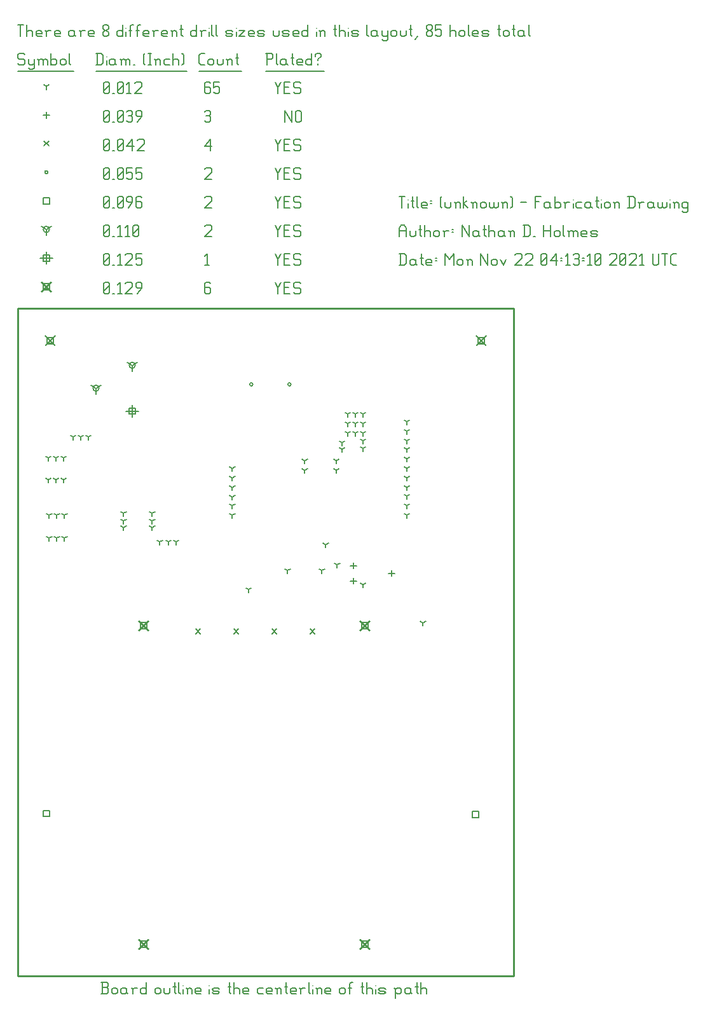
<source format=gbr>
G04 start of page 13 for group -3984 idx -3984 *
G04 Title: (unknown), fab *
G04 Creator: pcb 4.0.2 *
G04 CreationDate: Mon Nov 22 04:13:10 2021 UTC *
G04 For: ndholmes *
G04 Format: Gerber/RS-274X *
G04 PCB-Dimensions (mil): 2600.00 3500.00 *
G04 PCB-Coordinate-Origin: lower left *
%MOIN*%
%FSLAX25Y25*%
%LNFAB*%
%ADD87C,0.0100*%
%ADD86C,0.0075*%
%ADD85C,0.0060*%
%ADD84R,0.0080X0.0080*%
%ADD83C,0.0001*%
G54D83*G36*
X179600Y19466D02*X184966Y14100D01*
X184400Y13534D01*
X179034Y18900D01*
X179600Y19466D01*
G37*
G36*
X179034Y14100D02*X184400Y19466D01*
X184966Y18900D01*
X179600Y13534D01*
X179034Y14100D01*
G37*
G54D84*X180400Y18100D02*X183600D01*
X180400D02*Y14900D01*
X183600D01*
Y18100D02*Y14900D01*
G54D83*G36*
X63600Y186466D02*X68966Y181100D01*
X68400Y180534D01*
X63034Y185900D01*
X63600Y186466D01*
G37*
G36*
X63034Y181100D02*X68400Y186466D01*
X68966Y185900D01*
X63600Y180534D01*
X63034Y181100D01*
G37*
G54D84*X64400Y185100D02*X67600D01*
X64400D02*Y181900D01*
X67600D01*
Y185100D02*Y181900D01*
G54D83*G36*
X179600Y186466D02*X184966Y181100D01*
X184400Y180534D01*
X179034Y185900D01*
X179600Y186466D01*
G37*
G36*
X179034Y181100D02*X184400Y186466D01*
X184966Y185900D01*
X179600Y180534D01*
X179034Y181100D01*
G37*
G54D84*X180400Y185100D02*X183600D01*
X180400D02*Y181900D01*
X183600D01*
Y185100D02*Y181900D01*
G54D83*G36*
X63600Y19466D02*X68966Y14100D01*
X68400Y13534D01*
X63034Y18900D01*
X63600Y19466D01*
G37*
G36*
X63034Y14100D02*X68400Y19466D01*
X68966Y18900D01*
X63600Y13534D01*
X63034Y14100D01*
G37*
G54D84*X64400Y18100D02*X67600D01*
X64400D02*Y14900D01*
X67600D01*
Y18100D02*Y14900D01*
G54D83*G36*
X14600Y335966D02*X19966Y330600D01*
X19400Y330034D01*
X14034Y335400D01*
X14600Y335966D01*
G37*
G36*
X14034Y330600D02*X19400Y335966D01*
X19966Y335400D01*
X14600Y330034D01*
X14034Y330600D01*
G37*
G54D84*X15400Y334600D02*X18600D01*
X15400D02*Y331400D01*
X18600D01*
Y334600D02*Y331400D01*
G54D83*G36*
X240600Y335966D02*X245966Y330600D01*
X245400Y330034D01*
X240034Y335400D01*
X240600Y335966D01*
G37*
G36*
X240034Y330600D02*X245400Y335966D01*
X245966Y335400D01*
X240600Y330034D01*
X240034Y330600D01*
G37*
G54D84*X241400Y334600D02*X244600D01*
X241400D02*Y331400D01*
X244600D01*
Y334600D02*Y331400D01*
G54D83*G36*
X12600Y364216D02*X17966Y358850D01*
X17400Y358284D01*
X12034Y363650D01*
X12600Y364216D01*
G37*
G36*
X12034Y358850D02*X17400Y364216D01*
X17966Y363650D01*
X12600Y358284D01*
X12034Y358850D01*
G37*
G54D84*X13400Y362850D02*X16600D01*
X13400D02*Y359650D01*
X16600D01*
Y362850D02*Y359650D01*
G54D85*X135000Y363500D02*X136500Y360500D01*
X138000Y363500D01*
X136500Y360500D02*Y357500D01*
X139800Y360800D02*X142050D01*
X139800Y357500D02*X142800D01*
X139800Y363500D02*Y357500D01*
Y363500D02*X142800D01*
X147600D02*X148350Y362750D01*
X145350Y363500D02*X147600D01*
X144600Y362750D02*X145350Y363500D01*
X144600Y362750D02*Y361250D01*
X145350Y360500D01*
X147600D01*
X148350Y359750D01*
Y358250D01*
X147600Y357500D02*X148350Y358250D01*
X145350Y357500D02*X147600D01*
X144600Y358250D02*X145350Y357500D01*
X100250Y363500D02*X101000Y362750D01*
X98750Y363500D02*X100250D01*
X98000Y362750D02*X98750Y363500D01*
X98000Y362750D02*Y358250D01*
X98750Y357500D01*
X100250Y360800D02*X101000Y360050D01*
X98000Y360800D02*X100250D01*
X98750Y357500D02*X100250D01*
X101000Y358250D01*
Y360050D02*Y358250D01*
X45000D02*X45750Y357500D01*
X45000Y362750D02*Y358250D01*
Y362750D02*X45750Y363500D01*
X47250D01*
X48000Y362750D01*
Y358250D01*
X47250Y357500D02*X48000Y358250D01*
X45750Y357500D02*X47250D01*
X45000Y359000D02*X48000Y362000D01*
X49800Y357500D02*X50550D01*
X52350Y362300D02*X53550Y363500D01*
Y357500D01*
X52350D02*X54600D01*
X56400Y362750D02*X57150Y363500D01*
X59400D01*
X60150Y362750D01*
Y361250D01*
X56400Y357500D02*X60150Y361250D01*
X56400Y357500D02*X60150D01*
X62700D02*X64950Y360500D01*
Y362750D02*Y360500D01*
X64200Y363500D02*X64950Y362750D01*
X62700Y363500D02*X64200D01*
X61950Y362750D02*X62700Y363500D01*
X61950Y362750D02*Y361250D01*
X62700Y360500D01*
X64950D01*
X60000Y299200D02*Y292800D01*
X56800Y296000D02*X63200D01*
X58400Y297600D02*X61600D01*
X58400D02*Y294400D01*
X61600D01*
Y297600D02*Y294400D01*
X15000Y379450D02*Y373050D01*
X11800Y376250D02*X18200D01*
X13400Y377850D02*X16600D01*
X13400D02*Y374650D01*
X16600D01*
Y377850D02*Y374650D01*
X135000Y378500D02*X136500Y375500D01*
X138000Y378500D01*
X136500Y375500D02*Y372500D01*
X139800Y375800D02*X142050D01*
X139800Y372500D02*X142800D01*
X139800Y378500D02*Y372500D01*
Y378500D02*X142800D01*
X147600D02*X148350Y377750D01*
X145350Y378500D02*X147600D01*
X144600Y377750D02*X145350Y378500D01*
X144600Y377750D02*Y376250D01*
X145350Y375500D01*
X147600D01*
X148350Y374750D01*
Y373250D01*
X147600Y372500D02*X148350Y373250D01*
X145350Y372500D02*X147600D01*
X144600Y373250D02*X145350Y372500D01*
X98000Y377300D02*X99200Y378500D01*
Y372500D01*
X98000D02*X100250D01*
X45000Y373250D02*X45750Y372500D01*
X45000Y377750D02*Y373250D01*
Y377750D02*X45750Y378500D01*
X47250D01*
X48000Y377750D01*
Y373250D01*
X47250Y372500D02*X48000Y373250D01*
X45750Y372500D02*X47250D01*
X45000Y374000D02*X48000Y377000D01*
X49800Y372500D02*X50550D01*
X52350Y377300D02*X53550Y378500D01*
Y372500D01*
X52350D02*X54600D01*
X56400Y377750D02*X57150Y378500D01*
X59400D01*
X60150Y377750D01*
Y376250D01*
X56400Y372500D02*X60150Y376250D01*
X56400Y372500D02*X60150D01*
X61950Y378500D02*X64950D01*
X61950D02*Y375500D01*
X62700Y376250D01*
X64200D01*
X64950Y375500D01*
Y373250D01*
X64200Y372500D02*X64950Y373250D01*
X62700Y372500D02*X64200D01*
X61950Y373250D02*X62700Y372500D01*
X60000Y320000D02*Y316800D01*
Y320000D02*X62773Y321600D01*
X60000Y320000D02*X57227Y321600D01*
X58400Y320000D02*G75*G03X61600Y320000I1600J0D01*G01*
G75*G03X58400Y320000I-1600J0D01*G01*
X41000Y308000D02*Y304800D01*
Y308000D02*X43773Y309600D01*
X41000Y308000D02*X38227Y309600D01*
X39400Y308000D02*G75*G03X42600Y308000I1600J0D01*G01*
G75*G03X39400Y308000I-1600J0D01*G01*
X15000Y391250D02*Y388050D01*
Y391250D02*X17773Y392850D01*
X15000Y391250D02*X12227Y392850D01*
X13400Y391250D02*G75*G03X16600Y391250I1600J0D01*G01*
G75*G03X13400Y391250I-1600J0D01*G01*
X135000Y393500D02*X136500Y390500D01*
X138000Y393500D01*
X136500Y390500D02*Y387500D01*
X139800Y390800D02*X142050D01*
X139800Y387500D02*X142800D01*
X139800Y393500D02*Y387500D01*
Y393500D02*X142800D01*
X147600D02*X148350Y392750D01*
X145350Y393500D02*X147600D01*
X144600Y392750D02*X145350Y393500D01*
X144600Y392750D02*Y391250D01*
X145350Y390500D01*
X147600D01*
X148350Y389750D01*
Y388250D01*
X147600Y387500D02*X148350Y388250D01*
X145350Y387500D02*X147600D01*
X144600Y388250D02*X145350Y387500D01*
X98000Y392750D02*X98750Y393500D01*
X101000D01*
X101750Y392750D01*
Y391250D01*
X98000Y387500D02*X101750Y391250D01*
X98000Y387500D02*X101750D01*
X45000Y388250D02*X45750Y387500D01*
X45000Y392750D02*Y388250D01*
Y392750D02*X45750Y393500D01*
X47250D01*
X48000Y392750D01*
Y388250D01*
X47250Y387500D02*X48000Y388250D01*
X45750Y387500D02*X47250D01*
X45000Y389000D02*X48000Y392000D01*
X49800Y387500D02*X50550D01*
X52350Y392300D02*X53550Y393500D01*
Y387500D01*
X52350D02*X54600D01*
X56400Y392300D02*X57600Y393500D01*
Y387500D01*
X56400D02*X58650D01*
X60450Y388250D02*X61200Y387500D01*
X60450Y392750D02*Y388250D01*
Y392750D02*X61200Y393500D01*
X62700D01*
X63450Y392750D01*
Y388250D01*
X62700Y387500D02*X63450Y388250D01*
X61200Y387500D02*X62700D01*
X60450Y389000D02*X63450Y392000D01*
X238400Y86100D02*X241600D01*
X238400D02*Y82900D01*
X241600D01*
Y86100D02*Y82900D01*
X13400Y86600D02*X16600D01*
X13400D02*Y83400D01*
X16600D01*
Y86600D02*Y83400D01*
X13400Y407850D02*X16600D01*
X13400D02*Y404650D01*
X16600D01*
Y407850D02*Y404650D01*
X135000Y408500D02*X136500Y405500D01*
X138000Y408500D01*
X136500Y405500D02*Y402500D01*
X139800Y405800D02*X142050D01*
X139800Y402500D02*X142800D01*
X139800Y408500D02*Y402500D01*
Y408500D02*X142800D01*
X147600D02*X148350Y407750D01*
X145350Y408500D02*X147600D01*
X144600Y407750D02*X145350Y408500D01*
X144600Y407750D02*Y406250D01*
X145350Y405500D01*
X147600D01*
X148350Y404750D01*
Y403250D01*
X147600Y402500D02*X148350Y403250D01*
X145350Y402500D02*X147600D01*
X144600Y403250D02*X145350Y402500D01*
X98000Y407750D02*X98750Y408500D01*
X101000D01*
X101750Y407750D01*
Y406250D01*
X98000Y402500D02*X101750Y406250D01*
X98000Y402500D02*X101750D01*
X45000Y403250D02*X45750Y402500D01*
X45000Y407750D02*Y403250D01*
Y407750D02*X45750Y408500D01*
X47250D01*
X48000Y407750D01*
Y403250D01*
X47250Y402500D02*X48000Y403250D01*
X45750Y402500D02*X47250D01*
X45000Y404000D02*X48000Y407000D01*
X49800Y402500D02*X50550D01*
X52350Y403250D02*X53100Y402500D01*
X52350Y407750D02*Y403250D01*
Y407750D02*X53100Y408500D01*
X54600D01*
X55350Y407750D01*
Y403250D01*
X54600Y402500D02*X55350Y403250D01*
X53100Y402500D02*X54600D01*
X52350Y404000D02*X55350Y407000D01*
X57900Y402500D02*X60150Y405500D01*
Y407750D02*Y405500D01*
X59400Y408500D02*X60150Y407750D01*
X57900Y408500D02*X59400D01*
X57150Y407750D02*X57900Y408500D01*
X57150Y407750D02*Y406250D01*
X57900Y405500D01*
X60150D01*
X64200Y408500D02*X64950Y407750D01*
X62700Y408500D02*X64200D01*
X61950Y407750D02*X62700Y408500D01*
X61950Y407750D02*Y403250D01*
X62700Y402500D01*
X64200Y405800D02*X64950Y405050D01*
X61950Y405800D02*X64200D01*
X62700Y402500D02*X64200D01*
X64950Y403250D01*
Y405050D02*Y403250D01*
X141700Y310000D02*G75*G03X143300Y310000I800J0D01*G01*
G75*G03X141700Y310000I-800J0D01*G01*
X121700D02*G75*G03X123300Y310000I800J0D01*G01*
G75*G03X121700Y310000I-800J0D01*G01*
X14200Y421250D02*G75*G03X15800Y421250I800J0D01*G01*
G75*G03X14200Y421250I-800J0D01*G01*
X135000Y423500D02*X136500Y420500D01*
X138000Y423500D01*
X136500Y420500D02*Y417500D01*
X139800Y420800D02*X142050D01*
X139800Y417500D02*X142800D01*
X139800Y423500D02*Y417500D01*
Y423500D02*X142800D01*
X147600D02*X148350Y422750D01*
X145350Y423500D02*X147600D01*
X144600Y422750D02*X145350Y423500D01*
X144600Y422750D02*Y421250D01*
X145350Y420500D01*
X147600D01*
X148350Y419750D01*
Y418250D01*
X147600Y417500D02*X148350Y418250D01*
X145350Y417500D02*X147600D01*
X144600Y418250D02*X145350Y417500D01*
X98000Y422750D02*X98750Y423500D01*
X101000D01*
X101750Y422750D01*
Y421250D01*
X98000Y417500D02*X101750Y421250D01*
X98000Y417500D02*X101750D01*
X45000Y418250D02*X45750Y417500D01*
X45000Y422750D02*Y418250D01*
Y422750D02*X45750Y423500D01*
X47250D01*
X48000Y422750D01*
Y418250D01*
X47250Y417500D02*X48000Y418250D01*
X45750Y417500D02*X47250D01*
X45000Y419000D02*X48000Y422000D01*
X49800Y417500D02*X50550D01*
X52350Y418250D02*X53100Y417500D01*
X52350Y422750D02*Y418250D01*
Y422750D02*X53100Y423500D01*
X54600D01*
X55350Y422750D01*
Y418250D01*
X54600Y417500D02*X55350Y418250D01*
X53100Y417500D02*X54600D01*
X52350Y419000D02*X55350Y422000D01*
X57150Y423500D02*X60150D01*
X57150D02*Y420500D01*
X57900Y421250D01*
X59400D01*
X60150Y420500D01*
Y418250D01*
X59400Y417500D02*X60150Y418250D01*
X57900Y417500D02*X59400D01*
X57150Y418250D02*X57900Y417500D01*
X61950Y423500D02*X64950D01*
X61950D02*Y420500D01*
X62700Y421250D01*
X64200D01*
X64950Y420500D01*
Y418250D01*
X64200Y417500D02*X64950Y418250D01*
X62700Y417500D02*X64200D01*
X61950Y418250D02*X62700Y417500D01*
X113300Y181700D02*X115700Y179300D01*
X113300D02*X115700Y181700D01*
X93300D02*X95700Y179300D01*
X93300D02*X95700Y181700D01*
X153300D02*X155700Y179300D01*
X153300D02*X155700Y181700D01*
X133300D02*X135700Y179300D01*
X133300D02*X135700Y181700D01*
X13800Y437450D02*X16200Y435050D01*
X13800D02*X16200Y437450D01*
X135000Y438500D02*X136500Y435500D01*
X138000Y438500D01*
X136500Y435500D02*Y432500D01*
X139800Y435800D02*X142050D01*
X139800Y432500D02*X142800D01*
X139800Y438500D02*Y432500D01*
Y438500D02*X142800D01*
X147600D02*X148350Y437750D01*
X145350Y438500D02*X147600D01*
X144600Y437750D02*X145350Y438500D01*
X144600Y437750D02*Y436250D01*
X145350Y435500D01*
X147600D01*
X148350Y434750D01*
Y433250D01*
X147600Y432500D02*X148350Y433250D01*
X145350Y432500D02*X147600D01*
X144600Y433250D02*X145350Y432500D01*
X98000Y434750D02*X101000Y438500D01*
X98000Y434750D02*X101750D01*
X101000Y438500D02*Y432500D01*
X45000Y433250D02*X45750Y432500D01*
X45000Y437750D02*Y433250D01*
Y437750D02*X45750Y438500D01*
X47250D01*
X48000Y437750D01*
Y433250D01*
X47250Y432500D02*X48000Y433250D01*
X45750Y432500D02*X47250D01*
X45000Y434000D02*X48000Y437000D01*
X49800Y432500D02*X50550D01*
X52350Y433250D02*X53100Y432500D01*
X52350Y437750D02*Y433250D01*
Y437750D02*X53100Y438500D01*
X54600D01*
X55350Y437750D01*
Y433250D01*
X54600Y432500D02*X55350Y433250D01*
X53100Y432500D02*X54600D01*
X52350Y434000D02*X55350Y437000D01*
X57150Y434750D02*X60150Y438500D01*
X57150Y434750D02*X60900D01*
X60150Y438500D02*Y432500D01*
X62700Y437750D02*X63450Y438500D01*
X65700D01*
X66450Y437750D01*
Y436250D01*
X62700Y432500D02*X66450Y436250D01*
X62700Y432500D02*X66450D01*
X196000Y212600D02*Y209400D01*
X194400Y211000D02*X197600D01*
X176000Y208600D02*Y205400D01*
X174400Y207000D02*X177600D01*
X176000Y216600D02*Y213400D01*
X174400Y215000D02*X177600D01*
X15000Y452850D02*Y449650D01*
X13400Y451250D02*X16600D01*
X140000Y453500D02*Y447500D01*
Y453500D02*X143750Y447500D01*
Y453500D02*Y447500D01*
X145550Y452750D02*Y448250D01*
Y452750D02*X146300Y453500D01*
X147800D01*
X148550Y452750D01*
Y448250D01*
X147800Y447500D02*X148550Y448250D01*
X146300Y447500D02*X147800D01*
X145550Y448250D02*X146300Y447500D01*
X98000Y452750D02*X98750Y453500D01*
X100250D01*
X101000Y452750D01*
X100250Y447500D02*X101000Y448250D01*
X98750Y447500D02*X100250D01*
X98000Y448250D02*X98750Y447500D01*
Y450800D02*X100250D01*
X101000Y452750D02*Y451550D01*
Y450050D02*Y448250D01*
Y450050D02*X100250Y450800D01*
X101000Y451550D02*X100250Y450800D01*
X45000Y448250D02*X45750Y447500D01*
X45000Y452750D02*Y448250D01*
Y452750D02*X45750Y453500D01*
X47250D01*
X48000Y452750D01*
Y448250D01*
X47250Y447500D02*X48000Y448250D01*
X45750Y447500D02*X47250D01*
X45000Y449000D02*X48000Y452000D01*
X49800Y447500D02*X50550D01*
X52350Y448250D02*X53100Y447500D01*
X52350Y452750D02*Y448250D01*
Y452750D02*X53100Y453500D01*
X54600D01*
X55350Y452750D01*
Y448250D01*
X54600Y447500D02*X55350Y448250D01*
X53100Y447500D02*X54600D01*
X52350Y449000D02*X55350Y452000D01*
X57150Y452750D02*X57900Y453500D01*
X59400D01*
X60150Y452750D01*
X59400Y447500D02*X60150Y448250D01*
X57900Y447500D02*X59400D01*
X57150Y448250D02*X57900Y447500D01*
Y450800D02*X59400D01*
X60150Y452750D02*Y451550D01*
Y450050D02*Y448250D01*
Y450050D02*X59400Y450800D01*
X60150Y451550D02*X59400Y450800D01*
X62700Y447500D02*X64950Y450500D01*
Y452750D02*Y450500D01*
X64200Y453500D02*X64950Y452750D01*
X62700Y453500D02*X64200D01*
X61950Y452750D02*X62700Y453500D01*
X61950Y452750D02*Y451250D01*
X62700Y450500D01*
X64950D01*
X24000Y271500D02*Y269900D01*
Y271500D02*X25387Y272300D01*
X24000Y271500D02*X22613Y272300D01*
X20000Y271500D02*Y269900D01*
Y271500D02*X21387Y272300D01*
X20000Y271500D02*X18613Y272300D01*
X16000Y271500D02*Y269900D01*
Y271500D02*X17387Y272300D01*
X16000Y271500D02*X14613Y272300D01*
X24000Y260000D02*Y258400D01*
Y260000D02*X25387Y260800D01*
X24000Y260000D02*X22613Y260800D01*
X20000Y260000D02*Y258400D01*
Y260000D02*X21387Y260800D01*
X20000Y260000D02*X18613Y260800D01*
X16000Y260000D02*Y258400D01*
Y260000D02*X17387Y260800D01*
X16000Y260000D02*X14613Y260800D01*
X24500Y241500D02*Y239900D01*
Y241500D02*X25887Y242300D01*
X24500Y241500D02*X23113Y242300D01*
X20500Y241500D02*Y239900D01*
Y241500D02*X21887Y242300D01*
X20500Y241500D02*X19113Y242300D01*
X16500Y241500D02*Y239900D01*
Y241500D02*X17887Y242300D01*
X16500Y241500D02*X15113Y242300D01*
X24500Y229500D02*Y227900D01*
Y229500D02*X25887Y230300D01*
X24500Y229500D02*X23113Y230300D01*
X20500Y229500D02*Y227900D01*
Y229500D02*X21887Y230300D01*
X20500Y229500D02*X19113Y230300D01*
X16500Y229500D02*Y227900D01*
Y229500D02*X17887Y230300D01*
X16500Y229500D02*X15113Y230300D01*
X37000Y282500D02*Y280900D01*
Y282500D02*X38387Y283300D01*
X37000Y282500D02*X35613Y283300D01*
X33000Y282500D02*Y280900D01*
Y282500D02*X34387Y283300D01*
X33000Y282500D02*X31613Y283300D01*
X29000Y282500D02*Y280900D01*
Y282500D02*X30387Y283300D01*
X29000Y282500D02*X27613Y283300D01*
X181000Y284500D02*Y282900D01*
Y284500D02*X182387Y285300D01*
X181000Y284500D02*X179613Y285300D01*
X177000Y284500D02*Y282900D01*
Y284500D02*X178387Y285300D01*
X177000Y284500D02*X175613Y285300D01*
X173000Y284500D02*Y282900D01*
Y284500D02*X174387Y285300D01*
X173000Y284500D02*X171613Y285300D01*
X181000Y280500D02*Y278900D01*
Y280500D02*X182387Y281300D01*
X181000Y280500D02*X179613Y281300D01*
X181000Y276500D02*Y274900D01*
Y276500D02*X182387Y277300D01*
X181000Y276500D02*X179613Y277300D01*
X170000Y276000D02*Y274400D01*
Y276000D02*X171387Y276800D01*
X170000Y276000D02*X168613Y276800D01*
X170000Y279500D02*Y277900D01*
Y279500D02*X171387Y280300D01*
X170000Y279500D02*X168613Y280300D01*
X181000Y289500D02*Y287900D01*
Y289500D02*X182387Y290300D01*
X181000Y289500D02*X179613Y290300D01*
X177000Y289500D02*Y287900D01*
Y289500D02*X178387Y290300D01*
X177000Y289500D02*X175613Y290300D01*
X173000Y289500D02*Y287900D01*
Y289500D02*X174387Y290300D01*
X173000Y289500D02*X171613Y290300D01*
X181000Y294500D02*Y292900D01*
Y294500D02*X182387Y295300D01*
X181000Y294500D02*X179613Y295300D01*
X177000Y294500D02*Y292900D01*
Y294500D02*X178387Y295300D01*
X177000Y294500D02*X175613Y295300D01*
X173000Y294500D02*Y292900D01*
Y294500D02*X174387Y295300D01*
X173000Y294500D02*X171613Y295300D01*
X74500Y227500D02*Y225900D01*
Y227500D02*X75887Y228300D01*
X74500Y227500D02*X73113Y228300D01*
X79000Y227500D02*Y225900D01*
Y227500D02*X80387Y228300D01*
X79000Y227500D02*X77613Y228300D01*
X83000Y227500D02*Y225900D01*
Y227500D02*X84387Y228300D01*
X83000Y227500D02*X81613Y228300D01*
X55500Y242500D02*Y240900D01*
Y242500D02*X56887Y243300D01*
X55500Y242500D02*X54113Y243300D01*
X55500Y238500D02*Y236900D01*
Y238500D02*X56887Y239300D01*
X55500Y238500D02*X54113Y239300D01*
X55500Y235000D02*Y233400D01*
Y235000D02*X56887Y235800D01*
X55500Y235000D02*X54113Y235800D01*
X70500Y242500D02*Y240900D01*
Y242500D02*X71887Y243300D01*
X70500Y242500D02*X69113Y243300D01*
X70500Y238500D02*Y236900D01*
Y238500D02*X71887Y239300D01*
X70500Y238500D02*X69113Y239300D01*
X70500Y235000D02*Y233400D01*
Y235000D02*X71887Y235800D01*
X70500Y235000D02*X69113Y235800D01*
X121000Y202500D02*Y200900D01*
Y202500D02*X122387Y203300D01*
X121000Y202500D02*X119613Y203300D01*
X159500Y212500D02*Y210900D01*
Y212500D02*X160887Y213300D01*
X159500Y212500D02*X158113Y213300D01*
X141500Y212500D02*Y210900D01*
Y212500D02*X142887Y213300D01*
X141500Y212500D02*X140113Y213300D01*
X161500Y226000D02*Y224400D01*
Y226000D02*X162887Y226800D01*
X161500Y226000D02*X160113Y226800D01*
X167500Y215500D02*Y213900D01*
Y215500D02*X168887Y216300D01*
X167500Y215500D02*X166113Y216300D01*
X212500Y185000D02*Y183400D01*
Y185000D02*X213887Y185800D01*
X212500Y185000D02*X211113Y185800D01*
X204000Y280500D02*Y278900D01*
Y280500D02*X205387Y281300D01*
X204000Y280500D02*X202613Y281300D01*
X204000Y271000D02*Y269400D01*
Y271000D02*X205387Y271800D01*
X204000Y271000D02*X202613Y271800D01*
X204000Y285500D02*Y283900D01*
Y285500D02*X205387Y286300D01*
X204000Y285500D02*X202613Y286300D01*
X204000Y290500D02*Y288900D01*
Y290500D02*X205387Y291300D01*
X204000Y290500D02*X202613Y291300D01*
X204000Y276000D02*Y274400D01*
Y276000D02*X205387Y276800D01*
X204000Y276000D02*X202613Y276800D01*
X204000Y256000D02*Y254400D01*
Y256000D02*X205387Y256800D01*
X204000Y256000D02*X202613Y256800D01*
X204000Y246500D02*Y244900D01*
Y246500D02*X205387Y247300D01*
X204000Y246500D02*X202613Y247300D01*
X204000Y261000D02*Y259400D01*
Y261000D02*X205387Y261800D01*
X204000Y261000D02*X202613Y261800D01*
X204000Y266000D02*Y264400D01*
Y266000D02*X205387Y266800D01*
X204000Y266000D02*X202613Y266800D01*
X204000Y251500D02*Y249900D01*
Y251500D02*X205387Y252300D01*
X204000Y251500D02*X202613Y252300D01*
X204000Y241500D02*Y239900D01*
Y241500D02*X205387Y242300D01*
X204000Y241500D02*X202613Y242300D01*
X112500Y266000D02*Y264400D01*
Y266000D02*X113887Y266800D01*
X112500Y266000D02*X111113Y266800D01*
X112500Y251000D02*Y249400D01*
Y251000D02*X113887Y251800D01*
X112500Y251000D02*X111113Y251800D01*
X112500Y241500D02*Y239900D01*
Y241500D02*X113887Y242300D01*
X112500Y241500D02*X111113Y242300D01*
X112500Y256000D02*Y254400D01*
Y256000D02*X113887Y256800D01*
X112500Y256000D02*X111113Y256800D01*
X112500Y261000D02*Y259400D01*
Y261000D02*X113887Y261800D01*
X112500Y261000D02*X111113Y261800D01*
X112500Y246500D02*Y244900D01*
Y246500D02*X113887Y247300D01*
X112500Y246500D02*X111113Y247300D01*
X167000Y270000D02*Y268400D01*
Y270000D02*X168387Y270800D01*
X167000Y270000D02*X165613Y270800D01*
X167000Y265000D02*Y263400D01*
Y265000D02*X168387Y265800D01*
X167000Y265000D02*X165613Y265800D01*
X150500Y270000D02*Y268400D01*
Y270000D02*X151887Y270800D01*
X150500Y270000D02*X149113Y270800D01*
X150500Y265000D02*Y263400D01*
Y265000D02*X151887Y265800D01*
X150500Y265000D02*X149113Y265800D01*
X181000Y205000D02*Y203400D01*
Y205000D02*X182387Y205800D01*
X181000Y205000D02*X179613Y205800D01*
X15000Y466250D02*Y464650D01*
Y466250D02*X16387Y467050D01*
X15000Y466250D02*X13613Y467050D01*
X135000Y468500D02*X136500Y465500D01*
X138000Y468500D01*
X136500Y465500D02*Y462500D01*
X139800Y465800D02*X142050D01*
X139800Y462500D02*X142800D01*
X139800Y468500D02*Y462500D01*
Y468500D02*X142800D01*
X147600D02*X148350Y467750D01*
X145350Y468500D02*X147600D01*
X144600Y467750D02*X145350Y468500D01*
X144600Y467750D02*Y466250D01*
X145350Y465500D01*
X147600D01*
X148350Y464750D01*
Y463250D01*
X147600Y462500D02*X148350Y463250D01*
X145350Y462500D02*X147600D01*
X144600Y463250D02*X145350Y462500D01*
X100250Y468500D02*X101000Y467750D01*
X98750Y468500D02*X100250D01*
X98000Y467750D02*X98750Y468500D01*
X98000Y467750D02*Y463250D01*
X98750Y462500D01*
X100250Y465800D02*X101000Y465050D01*
X98000Y465800D02*X100250D01*
X98750Y462500D02*X100250D01*
X101000Y463250D01*
Y465050D02*Y463250D01*
X102800Y468500D02*X105800D01*
X102800D02*Y465500D01*
X103550Y466250D01*
X105050D01*
X105800Y465500D01*
Y463250D01*
X105050Y462500D02*X105800Y463250D01*
X103550Y462500D02*X105050D01*
X102800Y463250D02*X103550Y462500D01*
X45000Y463250D02*X45750Y462500D01*
X45000Y467750D02*Y463250D01*
Y467750D02*X45750Y468500D01*
X47250D01*
X48000Y467750D01*
Y463250D01*
X47250Y462500D02*X48000Y463250D01*
X45750Y462500D02*X47250D01*
X45000Y464000D02*X48000Y467000D01*
X49800Y462500D02*X50550D01*
X52350Y463250D02*X53100Y462500D01*
X52350Y467750D02*Y463250D01*
Y467750D02*X53100Y468500D01*
X54600D01*
X55350Y467750D01*
Y463250D01*
X54600Y462500D02*X55350Y463250D01*
X53100Y462500D02*X54600D01*
X52350Y464000D02*X55350Y467000D01*
X57150Y467300D02*X58350Y468500D01*
Y462500D01*
X57150D02*X59400D01*
X61200Y467750D02*X61950Y468500D01*
X64200D01*
X64950Y467750D01*
Y466250D01*
X61200Y462500D02*X64950Y466250D01*
X61200Y462500D02*X64950D01*
X3000Y483500D02*X3750Y482750D01*
X750Y483500D02*X3000D01*
X0Y482750D02*X750Y483500D01*
X0Y482750D02*Y481250D01*
X750Y480500D01*
X3000D01*
X3750Y479750D01*
Y478250D01*
X3000Y477500D02*X3750Y478250D01*
X750Y477500D02*X3000D01*
X0Y478250D02*X750Y477500D01*
X5550Y480500D02*Y478250D01*
X6300Y477500D01*
X8550Y480500D02*Y476000D01*
X7800Y475250D02*X8550Y476000D01*
X6300Y475250D02*X7800D01*
X5550Y476000D02*X6300Y475250D01*
Y477500D02*X7800D01*
X8550Y478250D01*
X11100Y479750D02*Y477500D01*
Y479750D02*X11850Y480500D01*
X12600D01*
X13350Y479750D01*
Y477500D01*
Y479750D02*X14100Y480500D01*
X14850D01*
X15600Y479750D01*
Y477500D01*
X10350Y480500D02*X11100Y479750D01*
X17400Y483500D02*Y477500D01*
Y478250D02*X18150Y477500D01*
X19650D01*
X20400Y478250D01*
Y479750D02*Y478250D01*
X19650Y480500D02*X20400Y479750D01*
X18150Y480500D02*X19650D01*
X17400Y479750D02*X18150Y480500D01*
X22200Y479750D02*Y478250D01*
Y479750D02*X22950Y480500D01*
X24450D01*
X25200Y479750D01*
Y478250D01*
X24450Y477500D02*X25200Y478250D01*
X22950Y477500D02*X24450D01*
X22200Y478250D02*X22950Y477500D01*
X27000Y483500D02*Y478250D01*
X27750Y477500D01*
X0Y474250D02*X29250D01*
X41750Y483500D02*Y477500D01*
X43700Y483500D02*X44750Y482450D01*
Y478550D01*
X43700Y477500D02*X44750Y478550D01*
X41000Y477500D02*X43700D01*
X41000Y483500D02*X43700D01*
G54D86*X46550Y482000D02*Y481850D01*
G54D85*Y479750D02*Y477500D01*
X50300Y480500D02*X51050Y479750D01*
X48800Y480500D02*X50300D01*
X48050Y479750D02*X48800Y480500D01*
X48050Y479750D02*Y478250D01*
X48800Y477500D01*
X51050Y480500D02*Y478250D01*
X51800Y477500D01*
X48800D02*X50300D01*
X51050Y478250D01*
X54350Y479750D02*Y477500D01*
Y479750D02*X55100Y480500D01*
X55850D01*
X56600Y479750D01*
Y477500D01*
Y479750D02*X57350Y480500D01*
X58100D01*
X58850Y479750D01*
Y477500D01*
X53600Y480500D02*X54350Y479750D01*
X60650Y477500D02*X61400D01*
X65900Y478250D02*X66650Y477500D01*
X65900Y482750D02*X66650Y483500D01*
X65900Y482750D02*Y478250D01*
X68450Y483500D02*X69950D01*
X69200D02*Y477500D01*
X68450D02*X69950D01*
X72500Y479750D02*Y477500D01*
Y479750D02*X73250Y480500D01*
X74000D01*
X74750Y479750D01*
Y477500D01*
X71750Y480500D02*X72500Y479750D01*
X77300Y480500D02*X79550D01*
X76550Y479750D02*X77300Y480500D01*
X76550Y479750D02*Y478250D01*
X77300Y477500D01*
X79550D01*
X81350Y483500D02*Y477500D01*
Y479750D02*X82100Y480500D01*
X83600D01*
X84350Y479750D01*
Y477500D01*
X86150Y483500D02*X86900Y482750D01*
Y478250D01*
X86150Y477500D02*X86900Y478250D01*
X41000Y474250D02*X88700D01*
X96050Y477500D02*X98000D01*
X95000Y478550D02*X96050Y477500D01*
X95000Y482450D02*Y478550D01*
Y482450D02*X96050Y483500D01*
X98000D01*
X99800Y479750D02*Y478250D01*
Y479750D02*X100550Y480500D01*
X102050D01*
X102800Y479750D01*
Y478250D01*
X102050Y477500D02*X102800Y478250D01*
X100550Y477500D02*X102050D01*
X99800Y478250D02*X100550Y477500D01*
X104600Y480500D02*Y478250D01*
X105350Y477500D01*
X106850D01*
X107600Y478250D01*
Y480500D02*Y478250D01*
X110150Y479750D02*Y477500D01*
Y479750D02*X110900Y480500D01*
X111650D01*
X112400Y479750D01*
Y477500D01*
X109400Y480500D02*X110150Y479750D01*
X114950Y483500D02*Y478250D01*
X115700Y477500D01*
X114200Y481250D02*X115700D01*
X95000Y474250D02*X117200D01*
X130750Y483500D02*Y477500D01*
X130000Y483500D02*X133000D01*
X133750Y482750D01*
Y481250D01*
X133000Y480500D02*X133750Y481250D01*
X130750Y480500D02*X133000D01*
X135550Y483500D02*Y478250D01*
X136300Y477500D01*
X140050Y480500D02*X140800Y479750D01*
X138550Y480500D02*X140050D01*
X137800Y479750D02*X138550Y480500D01*
X137800Y479750D02*Y478250D01*
X138550Y477500D01*
X140800Y480500D02*Y478250D01*
X141550Y477500D01*
X138550D02*X140050D01*
X140800Y478250D01*
X144100Y483500D02*Y478250D01*
X144850Y477500D01*
X143350Y481250D02*X144850D01*
X147100Y477500D02*X149350D01*
X146350Y478250D02*X147100Y477500D01*
X146350Y479750D02*Y478250D01*
Y479750D02*X147100Y480500D01*
X148600D01*
X149350Y479750D01*
X146350Y479000D02*X149350D01*
Y479750D02*Y479000D01*
X154150Y483500D02*Y477500D01*
X153400D02*X154150Y478250D01*
X151900Y477500D02*X153400D01*
X151150Y478250D02*X151900Y477500D01*
X151150Y479750D02*Y478250D01*
Y479750D02*X151900Y480500D01*
X153400D01*
X154150Y479750D01*
X157450Y480500D02*Y479750D01*
Y478250D02*Y477500D01*
X155950Y482750D02*Y482000D01*
Y482750D02*X156700Y483500D01*
X158200D01*
X158950Y482750D01*
Y482000D01*
X157450Y480500D02*X158950Y482000D01*
X130000Y474250D02*X160750D01*
X0Y498500D02*X3000D01*
X1500D02*Y492500D01*
X4800Y498500D02*Y492500D01*
Y494750D02*X5550Y495500D01*
X7050D01*
X7800Y494750D01*
Y492500D01*
X10350D02*X12600D01*
X9600Y493250D02*X10350Y492500D01*
X9600Y494750D02*Y493250D01*
Y494750D02*X10350Y495500D01*
X11850D01*
X12600Y494750D01*
X9600Y494000D02*X12600D01*
Y494750D02*Y494000D01*
X15150Y494750D02*Y492500D01*
Y494750D02*X15900Y495500D01*
X17400D01*
X14400D02*X15150Y494750D01*
X19950Y492500D02*X22200D01*
X19200Y493250D02*X19950Y492500D01*
X19200Y494750D02*Y493250D01*
Y494750D02*X19950Y495500D01*
X21450D01*
X22200Y494750D01*
X19200Y494000D02*X22200D01*
Y494750D02*Y494000D01*
X28950Y495500D02*X29700Y494750D01*
X27450Y495500D02*X28950D01*
X26700Y494750D02*X27450Y495500D01*
X26700Y494750D02*Y493250D01*
X27450Y492500D01*
X29700Y495500D02*Y493250D01*
X30450Y492500D01*
X27450D02*X28950D01*
X29700Y493250D01*
X33000Y494750D02*Y492500D01*
Y494750D02*X33750Y495500D01*
X35250D01*
X32250D02*X33000Y494750D01*
X37800Y492500D02*X40050D01*
X37050Y493250D02*X37800Y492500D01*
X37050Y494750D02*Y493250D01*
Y494750D02*X37800Y495500D01*
X39300D01*
X40050Y494750D01*
X37050Y494000D02*X40050D01*
Y494750D02*Y494000D01*
X44550Y493250D02*X45300Y492500D01*
X44550Y494450D02*Y493250D01*
Y494450D02*X45600Y495500D01*
X46500D01*
X47550Y494450D01*
Y493250D01*
X46800Y492500D02*X47550Y493250D01*
X45300Y492500D02*X46800D01*
X44550Y496550D02*X45600Y495500D01*
X44550Y497750D02*Y496550D01*
Y497750D02*X45300Y498500D01*
X46800D01*
X47550Y497750D01*
Y496550D01*
X46500Y495500D02*X47550Y496550D01*
X55050Y498500D02*Y492500D01*
X54300D02*X55050Y493250D01*
X52800Y492500D02*X54300D01*
X52050Y493250D02*X52800Y492500D01*
X52050Y494750D02*Y493250D01*
Y494750D02*X52800Y495500D01*
X54300D01*
X55050Y494750D01*
G54D86*X56850Y497000D02*Y496850D01*
G54D85*Y494750D02*Y492500D01*
X59100Y497750D02*Y492500D01*
Y497750D02*X59850Y498500D01*
X60600D01*
X58350Y495500D02*X59850D01*
X62850Y497750D02*Y492500D01*
Y497750D02*X63600Y498500D01*
X64350D01*
X62100Y495500D02*X63600D01*
X66600Y492500D02*X68850D01*
X65850Y493250D02*X66600Y492500D01*
X65850Y494750D02*Y493250D01*
Y494750D02*X66600Y495500D01*
X68100D01*
X68850Y494750D01*
X65850Y494000D02*X68850D01*
Y494750D02*Y494000D01*
X71400Y494750D02*Y492500D01*
Y494750D02*X72150Y495500D01*
X73650D01*
X70650D02*X71400Y494750D01*
X76200Y492500D02*X78450D01*
X75450Y493250D02*X76200Y492500D01*
X75450Y494750D02*Y493250D01*
Y494750D02*X76200Y495500D01*
X77700D01*
X78450Y494750D01*
X75450Y494000D02*X78450D01*
Y494750D02*Y494000D01*
X81000Y494750D02*Y492500D01*
Y494750D02*X81750Y495500D01*
X82500D01*
X83250Y494750D01*
Y492500D01*
X80250Y495500D02*X81000Y494750D01*
X85800Y498500D02*Y493250D01*
X86550Y492500D01*
X85050Y496250D02*X86550D01*
X93750Y498500D02*Y492500D01*
X93000D02*X93750Y493250D01*
X91500Y492500D02*X93000D01*
X90750Y493250D02*X91500Y492500D01*
X90750Y494750D02*Y493250D01*
Y494750D02*X91500Y495500D01*
X93000D01*
X93750Y494750D01*
X96300D02*Y492500D01*
Y494750D02*X97050Y495500D01*
X98550D01*
X95550D02*X96300Y494750D01*
G54D86*X100350Y497000D02*Y496850D01*
G54D85*Y494750D02*Y492500D01*
X101850Y498500D02*Y493250D01*
X102600Y492500D01*
X104100Y498500D02*Y493250D01*
X104850Y492500D01*
X109800D02*X112050D01*
X112800Y493250D01*
X112050Y494000D02*X112800Y493250D01*
X109800Y494000D02*X112050D01*
X109050Y494750D02*X109800Y494000D01*
X109050Y494750D02*X109800Y495500D01*
X112050D01*
X112800Y494750D01*
X109050Y493250D02*X109800Y492500D01*
G54D86*X114600Y497000D02*Y496850D01*
G54D85*Y494750D02*Y492500D01*
X116100Y495500D02*X119100D01*
X116100Y492500D02*X119100Y495500D01*
X116100Y492500D02*X119100D01*
X121650D02*X123900D01*
X120900Y493250D02*X121650Y492500D01*
X120900Y494750D02*Y493250D01*
Y494750D02*X121650Y495500D01*
X123150D01*
X123900Y494750D01*
X120900Y494000D02*X123900D01*
Y494750D02*Y494000D01*
X126450Y492500D02*X128700D01*
X129450Y493250D01*
X128700Y494000D02*X129450Y493250D01*
X126450Y494000D02*X128700D01*
X125700Y494750D02*X126450Y494000D01*
X125700Y494750D02*X126450Y495500D01*
X128700D01*
X129450Y494750D01*
X125700Y493250D02*X126450Y492500D01*
X133950Y495500D02*Y493250D01*
X134700Y492500D01*
X136200D01*
X136950Y493250D01*
Y495500D02*Y493250D01*
X139500Y492500D02*X141750D01*
X142500Y493250D01*
X141750Y494000D02*X142500Y493250D01*
X139500Y494000D02*X141750D01*
X138750Y494750D02*X139500Y494000D01*
X138750Y494750D02*X139500Y495500D01*
X141750D01*
X142500Y494750D01*
X138750Y493250D02*X139500Y492500D01*
X145050D02*X147300D01*
X144300Y493250D02*X145050Y492500D01*
X144300Y494750D02*Y493250D01*
Y494750D02*X145050Y495500D01*
X146550D01*
X147300Y494750D01*
X144300Y494000D02*X147300D01*
Y494750D02*Y494000D01*
X152100Y498500D02*Y492500D01*
X151350D02*X152100Y493250D01*
X149850Y492500D02*X151350D01*
X149100Y493250D02*X149850Y492500D01*
X149100Y494750D02*Y493250D01*
Y494750D02*X149850Y495500D01*
X151350D01*
X152100Y494750D01*
G54D86*X156600Y497000D02*Y496850D01*
G54D85*Y494750D02*Y492500D01*
X158850Y494750D02*Y492500D01*
Y494750D02*X159600Y495500D01*
X160350D01*
X161100Y494750D01*
Y492500D01*
X158100Y495500D02*X158850Y494750D01*
X166350Y498500D02*Y493250D01*
X167100Y492500D01*
X165600Y496250D02*X167100D01*
X168600Y498500D02*Y492500D01*
Y494750D02*X169350Y495500D01*
X170850D01*
X171600Y494750D01*
Y492500D01*
G54D86*X173400Y497000D02*Y496850D01*
G54D85*Y494750D02*Y492500D01*
X175650D02*X177900D01*
X178650Y493250D01*
X177900Y494000D02*X178650Y493250D01*
X175650Y494000D02*X177900D01*
X174900Y494750D02*X175650Y494000D01*
X174900Y494750D02*X175650Y495500D01*
X177900D01*
X178650Y494750D01*
X174900Y493250D02*X175650Y492500D01*
X183150Y498500D02*Y493250D01*
X183900Y492500D01*
X187650Y495500D02*X188400Y494750D01*
X186150Y495500D02*X187650D01*
X185400Y494750D02*X186150Y495500D01*
X185400Y494750D02*Y493250D01*
X186150Y492500D01*
X188400Y495500D02*Y493250D01*
X189150Y492500D01*
X186150D02*X187650D01*
X188400Y493250D01*
X190950Y495500D02*Y493250D01*
X191700Y492500D01*
X193950Y495500D02*Y491000D01*
X193200Y490250D02*X193950Y491000D01*
X191700Y490250D02*X193200D01*
X190950Y491000D02*X191700Y490250D01*
Y492500D02*X193200D01*
X193950Y493250D01*
X195750Y494750D02*Y493250D01*
Y494750D02*X196500Y495500D01*
X198000D01*
X198750Y494750D01*
Y493250D01*
X198000Y492500D02*X198750Y493250D01*
X196500Y492500D02*X198000D01*
X195750Y493250D02*X196500Y492500D01*
X200550Y495500D02*Y493250D01*
X201300Y492500D01*
X202800D01*
X203550Y493250D01*
Y495500D02*Y493250D01*
X206100Y498500D02*Y493250D01*
X206850Y492500D01*
X205350Y496250D02*X206850D01*
X208350Y491000D02*X209850Y492500D01*
X214350Y493250D02*X215100Y492500D01*
X214350Y494450D02*Y493250D01*
Y494450D02*X215400Y495500D01*
X216300D01*
X217350Y494450D01*
Y493250D01*
X216600Y492500D02*X217350Y493250D01*
X215100Y492500D02*X216600D01*
X214350Y496550D02*X215400Y495500D01*
X214350Y497750D02*Y496550D01*
Y497750D02*X215100Y498500D01*
X216600D01*
X217350Y497750D01*
Y496550D01*
X216300Y495500D02*X217350Y496550D01*
X219150Y498500D02*X222150D01*
X219150D02*Y495500D01*
X219900Y496250D01*
X221400D01*
X222150Y495500D01*
Y493250D01*
X221400Y492500D02*X222150Y493250D01*
X219900Y492500D02*X221400D01*
X219150Y493250D02*X219900Y492500D01*
X226650Y498500D02*Y492500D01*
Y494750D02*X227400Y495500D01*
X228900D01*
X229650Y494750D01*
Y492500D01*
X231450Y494750D02*Y493250D01*
Y494750D02*X232200Y495500D01*
X233700D01*
X234450Y494750D01*
Y493250D01*
X233700Y492500D02*X234450Y493250D01*
X232200Y492500D02*X233700D01*
X231450Y493250D02*X232200Y492500D01*
X236250Y498500D02*Y493250D01*
X237000Y492500D01*
X239250D02*X241500D01*
X238500Y493250D02*X239250Y492500D01*
X238500Y494750D02*Y493250D01*
Y494750D02*X239250Y495500D01*
X240750D01*
X241500Y494750D01*
X238500Y494000D02*X241500D01*
Y494750D02*Y494000D01*
X244050Y492500D02*X246300D01*
X247050Y493250D01*
X246300Y494000D02*X247050Y493250D01*
X244050Y494000D02*X246300D01*
X243300Y494750D02*X244050Y494000D01*
X243300Y494750D02*X244050Y495500D01*
X246300D01*
X247050Y494750D01*
X243300Y493250D02*X244050Y492500D01*
X252300Y498500D02*Y493250D01*
X253050Y492500D01*
X251550Y496250D02*X253050D01*
X254550Y494750D02*Y493250D01*
Y494750D02*X255300Y495500D01*
X256800D01*
X257550Y494750D01*
Y493250D01*
X256800Y492500D02*X257550Y493250D01*
X255300Y492500D02*X256800D01*
X254550Y493250D02*X255300Y492500D01*
X260100Y498500D02*Y493250D01*
X260850Y492500D01*
X259350Y496250D02*X260850D01*
X264600Y495500D02*X265350Y494750D01*
X263100Y495500D02*X264600D01*
X262350Y494750D02*X263100Y495500D01*
X262350Y494750D02*Y493250D01*
X263100Y492500D01*
X265350Y495500D02*Y493250D01*
X266100Y492500D01*
X263100D02*X264600D01*
X265350Y493250D01*
X267900Y498500D02*Y493250D01*
X268650Y492500D01*
G54D87*X0Y350000D02*X260000D01*
Y0D01*
X0D01*
Y350000D01*
G54D85*X43675Y-9500D02*X46675D01*
X47425Y-8750D01*
Y-6950D02*Y-8750D01*
X46675Y-6200D02*X47425Y-6950D01*
X44425Y-6200D02*X46675D01*
X44425Y-3500D02*Y-9500D01*
X43675Y-3500D02*X46675D01*
X47425Y-4250D01*
Y-5450D01*
X46675Y-6200D02*X47425Y-5450D01*
X49225Y-7250D02*Y-8750D01*
Y-7250D02*X49975Y-6500D01*
X51475D01*
X52225Y-7250D01*
Y-8750D01*
X51475Y-9500D02*X52225Y-8750D01*
X49975Y-9500D02*X51475D01*
X49225Y-8750D02*X49975Y-9500D01*
X56275Y-6500D02*X57025Y-7250D01*
X54775Y-6500D02*X56275D01*
X54025Y-7250D02*X54775Y-6500D01*
X54025Y-7250D02*Y-8750D01*
X54775Y-9500D01*
X57025Y-6500D02*Y-8750D01*
X57775Y-9500D01*
X54775D02*X56275D01*
X57025Y-8750D01*
X60325Y-7250D02*Y-9500D01*
Y-7250D02*X61075Y-6500D01*
X62575D01*
X59575D02*X60325Y-7250D01*
X67375Y-3500D02*Y-9500D01*
X66625D02*X67375Y-8750D01*
X65125Y-9500D02*X66625D01*
X64375Y-8750D02*X65125Y-9500D01*
X64375Y-7250D02*Y-8750D01*
Y-7250D02*X65125Y-6500D01*
X66625D01*
X67375Y-7250D01*
X71875D02*Y-8750D01*
Y-7250D02*X72625Y-6500D01*
X74125D01*
X74875Y-7250D01*
Y-8750D01*
X74125Y-9500D02*X74875Y-8750D01*
X72625Y-9500D02*X74125D01*
X71875Y-8750D02*X72625Y-9500D01*
X76675Y-6500D02*Y-8750D01*
X77425Y-9500D01*
X78925D01*
X79675Y-8750D01*
Y-6500D02*Y-8750D01*
X82225Y-3500D02*Y-8750D01*
X82975Y-9500D01*
X81475Y-5750D02*X82975D01*
X84475Y-3500D02*Y-8750D01*
X85225Y-9500D01*
G54D86*X86725Y-5000D02*Y-5150D01*
G54D85*Y-7250D02*Y-9500D01*
X88975Y-7250D02*Y-9500D01*
Y-7250D02*X89725Y-6500D01*
X90475D01*
X91225Y-7250D01*
Y-9500D01*
X88225Y-6500D02*X88975Y-7250D01*
X93775Y-9500D02*X96025D01*
X93025Y-8750D02*X93775Y-9500D01*
X93025Y-7250D02*Y-8750D01*
Y-7250D02*X93775Y-6500D01*
X95275D01*
X96025Y-7250D01*
X93025Y-8000D02*X96025D01*
Y-7250D02*Y-8000D01*
G54D86*X100525Y-5000D02*Y-5150D01*
G54D85*Y-7250D02*Y-9500D01*
X102775D02*X105025D01*
X105775Y-8750D01*
X105025Y-8000D02*X105775Y-8750D01*
X102775Y-8000D02*X105025D01*
X102025Y-7250D02*X102775Y-8000D01*
X102025Y-7250D02*X102775Y-6500D01*
X105025D01*
X105775Y-7250D01*
X102025Y-8750D02*X102775Y-9500D01*
X111025Y-3500D02*Y-8750D01*
X111775Y-9500D01*
X110275Y-5750D02*X111775D01*
X113275Y-3500D02*Y-9500D01*
Y-7250D02*X114025Y-6500D01*
X115525D01*
X116275Y-7250D01*
Y-9500D01*
X118825D02*X121075D01*
X118075Y-8750D02*X118825Y-9500D01*
X118075Y-7250D02*Y-8750D01*
Y-7250D02*X118825Y-6500D01*
X120325D01*
X121075Y-7250D01*
X118075Y-8000D02*X121075D01*
Y-7250D02*Y-8000D01*
X126325Y-6500D02*X128575D01*
X125575Y-7250D02*X126325Y-6500D01*
X125575Y-7250D02*Y-8750D01*
X126325Y-9500D01*
X128575D01*
X131125D02*X133375D01*
X130375Y-8750D02*X131125Y-9500D01*
X130375Y-7250D02*Y-8750D01*
Y-7250D02*X131125Y-6500D01*
X132625D01*
X133375Y-7250D01*
X130375Y-8000D02*X133375D01*
Y-7250D02*Y-8000D01*
X135925Y-7250D02*Y-9500D01*
Y-7250D02*X136675Y-6500D01*
X137425D01*
X138175Y-7250D01*
Y-9500D01*
X135175Y-6500D02*X135925Y-7250D01*
X140725Y-3500D02*Y-8750D01*
X141475Y-9500D01*
X139975Y-5750D02*X141475D01*
X143725Y-9500D02*X145975D01*
X142975Y-8750D02*X143725Y-9500D01*
X142975Y-7250D02*Y-8750D01*
Y-7250D02*X143725Y-6500D01*
X145225D01*
X145975Y-7250D01*
X142975Y-8000D02*X145975D01*
Y-7250D02*Y-8000D01*
X148525Y-7250D02*Y-9500D01*
Y-7250D02*X149275Y-6500D01*
X150775D01*
X147775D02*X148525Y-7250D01*
X152575Y-3500D02*Y-8750D01*
X153325Y-9500D01*
G54D86*X154825Y-5000D02*Y-5150D01*
G54D85*Y-7250D02*Y-9500D01*
X157075Y-7250D02*Y-9500D01*
Y-7250D02*X157825Y-6500D01*
X158575D01*
X159325Y-7250D01*
Y-9500D01*
X156325Y-6500D02*X157075Y-7250D01*
X161875Y-9500D02*X164125D01*
X161125Y-8750D02*X161875Y-9500D01*
X161125Y-7250D02*Y-8750D01*
Y-7250D02*X161875Y-6500D01*
X163375D01*
X164125Y-7250D01*
X161125Y-8000D02*X164125D01*
Y-7250D02*Y-8000D01*
X168625Y-7250D02*Y-8750D01*
Y-7250D02*X169375Y-6500D01*
X170875D01*
X171625Y-7250D01*
Y-8750D01*
X170875Y-9500D02*X171625Y-8750D01*
X169375Y-9500D02*X170875D01*
X168625Y-8750D02*X169375Y-9500D01*
X174175Y-4250D02*Y-9500D01*
Y-4250D02*X174925Y-3500D01*
X175675D01*
X173425Y-6500D02*X174925D01*
X180625Y-3500D02*Y-8750D01*
X181375Y-9500D01*
X179875Y-5750D02*X181375D01*
X182875Y-3500D02*Y-9500D01*
Y-7250D02*X183625Y-6500D01*
X185125D01*
X185875Y-7250D01*
Y-9500D01*
G54D86*X187675Y-5000D02*Y-5150D01*
G54D85*Y-7250D02*Y-9500D01*
X189925D02*X192175D01*
X192925Y-8750D01*
X192175Y-8000D02*X192925Y-8750D01*
X189925Y-8000D02*X192175D01*
X189175Y-7250D02*X189925Y-8000D01*
X189175Y-7250D02*X189925Y-6500D01*
X192175D01*
X192925Y-7250D01*
X189175Y-8750D02*X189925Y-9500D01*
X198175Y-7250D02*Y-11750D01*
X197425Y-6500D02*X198175Y-7250D01*
X198925Y-6500D01*
X200425D01*
X201175Y-7250D01*
Y-8750D01*
X200425Y-9500D02*X201175Y-8750D01*
X198925Y-9500D02*X200425D01*
X198175Y-8750D02*X198925Y-9500D01*
X205225Y-6500D02*X205975Y-7250D01*
X203725Y-6500D02*X205225D01*
X202975Y-7250D02*X203725Y-6500D01*
X202975Y-7250D02*Y-8750D01*
X203725Y-9500D01*
X205975Y-6500D02*Y-8750D01*
X206725Y-9500D01*
X203725D02*X205225D01*
X205975Y-8750D01*
X209275Y-3500D02*Y-8750D01*
X210025Y-9500D01*
X208525Y-5750D02*X210025D01*
X211525Y-3500D02*Y-9500D01*
Y-7250D02*X212275Y-6500D01*
X213775D01*
X214525Y-7250D01*
Y-9500D01*
X200750Y378500D02*Y372500D01*
X202700Y378500D02*X203750Y377450D01*
Y373550D01*
X202700Y372500D02*X203750Y373550D01*
X200000Y372500D02*X202700D01*
X200000Y378500D02*X202700D01*
X207800Y375500D02*X208550Y374750D01*
X206300Y375500D02*X207800D01*
X205550Y374750D02*X206300Y375500D01*
X205550Y374750D02*Y373250D01*
X206300Y372500D01*
X208550Y375500D02*Y373250D01*
X209300Y372500D01*
X206300D02*X207800D01*
X208550Y373250D01*
X211850Y378500D02*Y373250D01*
X212600Y372500D01*
X211100Y376250D02*X212600D01*
X214850Y372500D02*X217100D01*
X214100Y373250D02*X214850Y372500D01*
X214100Y374750D02*Y373250D01*
Y374750D02*X214850Y375500D01*
X216350D01*
X217100Y374750D01*
X214100Y374000D02*X217100D01*
Y374750D02*Y374000D01*
X218900Y376250D02*X219650D01*
X218900Y374750D02*X219650D01*
X224150Y378500D02*Y372500D01*
Y378500D02*X226400Y375500D01*
X228650Y378500D01*
Y372500D01*
X230450Y374750D02*Y373250D01*
Y374750D02*X231200Y375500D01*
X232700D01*
X233450Y374750D01*
Y373250D01*
X232700Y372500D02*X233450Y373250D01*
X231200Y372500D02*X232700D01*
X230450Y373250D02*X231200Y372500D01*
X236000Y374750D02*Y372500D01*
Y374750D02*X236750Y375500D01*
X237500D01*
X238250Y374750D01*
Y372500D01*
X235250Y375500D02*X236000Y374750D01*
X242750Y378500D02*Y372500D01*
Y378500D02*X246500Y372500D01*
Y378500D02*Y372500D01*
X248300Y374750D02*Y373250D01*
Y374750D02*X249050Y375500D01*
X250550D01*
X251300Y374750D01*
Y373250D01*
X250550Y372500D02*X251300Y373250D01*
X249050Y372500D02*X250550D01*
X248300Y373250D02*X249050Y372500D01*
X253100Y375500D02*X254600Y372500D01*
X256100Y375500D02*X254600Y372500D01*
X260600Y377750D02*X261350Y378500D01*
X263600D01*
X264350Y377750D01*
Y376250D01*
X260600Y372500D02*X264350Y376250D01*
X260600Y372500D02*X264350D01*
X266150Y377750D02*X266900Y378500D01*
X269150D01*
X269900Y377750D01*
Y376250D01*
X266150Y372500D02*X269900Y376250D01*
X266150Y372500D02*X269900D01*
X274400Y373250D02*X275150Y372500D01*
X274400Y377750D02*Y373250D01*
Y377750D02*X275150Y378500D01*
X276650D01*
X277400Y377750D01*
Y373250D01*
X276650Y372500D02*X277400Y373250D01*
X275150Y372500D02*X276650D01*
X274400Y374000D02*X277400Y377000D01*
X279200Y374750D02*X282200Y378500D01*
X279200Y374750D02*X282950D01*
X282200Y378500D02*Y372500D01*
X284750Y376250D02*X285500D01*
X284750Y374750D02*X285500D01*
X287300Y377300D02*X288500Y378500D01*
Y372500D01*
X287300D02*X289550D01*
X291350Y377750D02*X292100Y378500D01*
X293600D01*
X294350Y377750D01*
X293600Y372500D02*X294350Y373250D01*
X292100Y372500D02*X293600D01*
X291350Y373250D02*X292100Y372500D01*
Y375800D02*X293600D01*
X294350Y377750D02*Y376550D01*
Y375050D02*Y373250D01*
Y375050D02*X293600Y375800D01*
X294350Y376550D02*X293600Y375800D01*
X296150Y376250D02*X296900D01*
X296150Y374750D02*X296900D01*
X298700Y377300D02*X299900Y378500D01*
Y372500D01*
X298700D02*X300950D01*
X302750Y373250D02*X303500Y372500D01*
X302750Y377750D02*Y373250D01*
Y377750D02*X303500Y378500D01*
X305000D01*
X305750Y377750D01*
Y373250D01*
X305000Y372500D02*X305750Y373250D01*
X303500Y372500D02*X305000D01*
X302750Y374000D02*X305750Y377000D01*
X310250Y377750D02*X311000Y378500D01*
X313250D01*
X314000Y377750D01*
Y376250D01*
X310250Y372500D02*X314000Y376250D01*
X310250Y372500D02*X314000D01*
X315800Y373250D02*X316550Y372500D01*
X315800Y377750D02*Y373250D01*
Y377750D02*X316550Y378500D01*
X318050D01*
X318800Y377750D01*
Y373250D01*
X318050Y372500D02*X318800Y373250D01*
X316550Y372500D02*X318050D01*
X315800Y374000D02*X318800Y377000D01*
X320600Y377750D02*X321350Y378500D01*
X323600D01*
X324350Y377750D01*
Y376250D01*
X320600Y372500D02*X324350Y376250D01*
X320600Y372500D02*X324350D01*
X326150Y377300D02*X327350Y378500D01*
Y372500D01*
X326150D02*X328400D01*
X332900Y378500D02*Y373250D01*
X333650Y372500D01*
X335150D01*
X335900Y373250D01*
Y378500D02*Y373250D01*
X337700Y378500D02*X340700D01*
X339200D02*Y372500D01*
X343550D02*X345500D01*
X342500Y373550D02*X343550Y372500D01*
X342500Y377450D02*Y373550D01*
Y377450D02*X343550Y378500D01*
X345500D01*
X200000Y392000D02*Y387500D01*
Y392000D02*X201050Y393500D01*
X202700D01*
X203750Y392000D01*
Y387500D01*
X200000Y390500D02*X203750D01*
X205550D02*Y388250D01*
X206300Y387500D01*
X207800D01*
X208550Y388250D01*
Y390500D02*Y388250D01*
X211100Y393500D02*Y388250D01*
X211850Y387500D01*
X210350Y391250D02*X211850D01*
X213350Y393500D02*Y387500D01*
Y389750D02*X214100Y390500D01*
X215600D01*
X216350Y389750D01*
Y387500D01*
X218150Y389750D02*Y388250D01*
Y389750D02*X218900Y390500D01*
X220400D01*
X221150Y389750D01*
Y388250D01*
X220400Y387500D02*X221150Y388250D01*
X218900Y387500D02*X220400D01*
X218150Y388250D02*X218900Y387500D01*
X223700Y389750D02*Y387500D01*
Y389750D02*X224450Y390500D01*
X225950D01*
X222950D02*X223700Y389750D01*
X227750Y391250D02*X228500D01*
X227750Y389750D02*X228500D01*
X233000Y393500D02*Y387500D01*
Y393500D02*X236750Y387500D01*
Y393500D02*Y387500D01*
X240800Y390500D02*X241550Y389750D01*
X239300Y390500D02*X240800D01*
X238550Y389750D02*X239300Y390500D01*
X238550Y389750D02*Y388250D01*
X239300Y387500D01*
X241550Y390500D02*Y388250D01*
X242300Y387500D01*
X239300D02*X240800D01*
X241550Y388250D01*
X244850Y393500D02*Y388250D01*
X245600Y387500D01*
X244100Y391250D02*X245600D01*
X247100Y393500D02*Y387500D01*
Y389750D02*X247850Y390500D01*
X249350D01*
X250100Y389750D01*
Y387500D01*
X254150Y390500D02*X254900Y389750D01*
X252650Y390500D02*X254150D01*
X251900Y389750D02*X252650Y390500D01*
X251900Y389750D02*Y388250D01*
X252650Y387500D01*
X254900Y390500D02*Y388250D01*
X255650Y387500D01*
X252650D02*X254150D01*
X254900Y388250D01*
X258200Y389750D02*Y387500D01*
Y389750D02*X258950Y390500D01*
X259700D01*
X260450Y389750D01*
Y387500D01*
X257450Y390500D02*X258200Y389750D01*
X265700Y393500D02*Y387500D01*
X267650Y393500D02*X268700Y392450D01*
Y388550D01*
X267650Y387500D02*X268700Y388550D01*
X264950Y387500D02*X267650D01*
X264950Y393500D02*X267650D01*
X270500Y387500D02*X271250D01*
X275750Y393500D02*Y387500D01*
X279500Y393500D02*Y387500D01*
X275750Y390500D02*X279500D01*
X281300Y389750D02*Y388250D01*
Y389750D02*X282050Y390500D01*
X283550D01*
X284300Y389750D01*
Y388250D01*
X283550Y387500D02*X284300Y388250D01*
X282050Y387500D02*X283550D01*
X281300Y388250D02*X282050Y387500D01*
X286100Y393500D02*Y388250D01*
X286850Y387500D01*
X289100Y389750D02*Y387500D01*
Y389750D02*X289850Y390500D01*
X290600D01*
X291350Y389750D01*
Y387500D01*
Y389750D02*X292100Y390500D01*
X292850D01*
X293600Y389750D01*
Y387500D01*
X288350Y390500D02*X289100Y389750D01*
X296150Y387500D02*X298400D01*
X295400Y388250D02*X296150Y387500D01*
X295400Y389750D02*Y388250D01*
Y389750D02*X296150Y390500D01*
X297650D01*
X298400Y389750D01*
X295400Y389000D02*X298400D01*
Y389750D02*Y389000D01*
X300950Y387500D02*X303200D01*
X303950Y388250D01*
X303200Y389000D02*X303950Y388250D01*
X300950Y389000D02*X303200D01*
X300200Y389750D02*X300950Y389000D01*
X300200Y389750D02*X300950Y390500D01*
X303200D01*
X303950Y389750D01*
X300200Y388250D02*X300950Y387500D01*
X200000Y408500D02*X203000D01*
X201500D02*Y402500D01*
G54D86*X204800Y407000D02*Y406850D01*
G54D85*Y404750D02*Y402500D01*
X207050Y408500D02*Y403250D01*
X207800Y402500D01*
X206300Y406250D02*X207800D01*
X209300Y408500D02*Y403250D01*
X210050Y402500D01*
X212300D02*X214550D01*
X211550Y403250D02*X212300Y402500D01*
X211550Y404750D02*Y403250D01*
Y404750D02*X212300Y405500D01*
X213800D01*
X214550Y404750D01*
X211550Y404000D02*X214550D01*
Y404750D02*Y404000D01*
X216350Y406250D02*X217100D01*
X216350Y404750D02*X217100D01*
X221600Y403250D02*X222350Y402500D01*
X221600Y407750D02*X222350Y408500D01*
X221600Y407750D02*Y403250D01*
X224150Y405500D02*Y403250D01*
X224900Y402500D01*
X226400D01*
X227150Y403250D01*
Y405500D02*Y403250D01*
X229700Y404750D02*Y402500D01*
Y404750D02*X230450Y405500D01*
X231200D01*
X231950Y404750D01*
Y402500D01*
X228950Y405500D02*X229700Y404750D01*
X233750Y408500D02*Y402500D01*
Y404750D02*X236000Y402500D01*
X233750Y404750D02*X235250Y406250D01*
X238550Y404750D02*Y402500D01*
Y404750D02*X239300Y405500D01*
X240050D01*
X240800Y404750D01*
Y402500D01*
X237800Y405500D02*X238550Y404750D01*
X242600D02*Y403250D01*
Y404750D02*X243350Y405500D01*
X244850D01*
X245600Y404750D01*
Y403250D01*
X244850Y402500D02*X245600Y403250D01*
X243350Y402500D02*X244850D01*
X242600Y403250D02*X243350Y402500D01*
X247400Y405500D02*Y403250D01*
X248150Y402500D01*
X248900D01*
X249650Y403250D01*
Y405500D02*Y403250D01*
X250400Y402500D01*
X251150D01*
X251900Y403250D01*
Y405500D02*Y403250D01*
X254450Y404750D02*Y402500D01*
Y404750D02*X255200Y405500D01*
X255950D01*
X256700Y404750D01*
Y402500D01*
X253700Y405500D02*X254450Y404750D01*
X258500Y408500D02*X259250Y407750D01*
Y403250D01*
X258500Y402500D02*X259250Y403250D01*
X263750Y405500D02*X266750D01*
X271250Y408500D02*Y402500D01*
Y408500D02*X274250D01*
X271250Y405800D02*X273500D01*
X278300Y405500D02*X279050Y404750D01*
X276800Y405500D02*X278300D01*
X276050Y404750D02*X276800Y405500D01*
X276050Y404750D02*Y403250D01*
X276800Y402500D01*
X279050Y405500D02*Y403250D01*
X279800Y402500D01*
X276800D02*X278300D01*
X279050Y403250D01*
X281600Y408500D02*Y402500D01*
Y403250D02*X282350Y402500D01*
X283850D01*
X284600Y403250D01*
Y404750D02*Y403250D01*
X283850Y405500D02*X284600Y404750D01*
X282350Y405500D02*X283850D01*
X281600Y404750D02*X282350Y405500D01*
X287150Y404750D02*Y402500D01*
Y404750D02*X287900Y405500D01*
X289400D01*
X286400D02*X287150Y404750D01*
G54D86*X291200Y407000D02*Y406850D01*
G54D85*Y404750D02*Y402500D01*
X293450Y405500D02*X295700D01*
X292700Y404750D02*X293450Y405500D01*
X292700Y404750D02*Y403250D01*
X293450Y402500D01*
X295700D01*
X299750Y405500D02*X300500Y404750D01*
X298250Y405500D02*X299750D01*
X297500Y404750D02*X298250Y405500D01*
X297500Y404750D02*Y403250D01*
X298250Y402500D01*
X300500Y405500D02*Y403250D01*
X301250Y402500D01*
X298250D02*X299750D01*
X300500Y403250D01*
X303800Y408500D02*Y403250D01*
X304550Y402500D01*
X303050Y406250D02*X304550D01*
G54D86*X306050Y407000D02*Y406850D01*
G54D85*Y404750D02*Y402500D01*
X307550Y404750D02*Y403250D01*
Y404750D02*X308300Y405500D01*
X309800D01*
X310550Y404750D01*
Y403250D01*
X309800Y402500D02*X310550Y403250D01*
X308300Y402500D02*X309800D01*
X307550Y403250D02*X308300Y402500D01*
X313100Y404750D02*Y402500D01*
Y404750D02*X313850Y405500D01*
X314600D01*
X315350Y404750D01*
Y402500D01*
X312350Y405500D02*X313100Y404750D01*
X320600Y408500D02*Y402500D01*
X322550Y408500D02*X323600Y407450D01*
Y403550D01*
X322550Y402500D02*X323600Y403550D01*
X319850Y402500D02*X322550D01*
X319850Y408500D02*X322550D01*
X326150Y404750D02*Y402500D01*
Y404750D02*X326900Y405500D01*
X328400D01*
X325400D02*X326150Y404750D01*
X332450Y405500D02*X333200Y404750D01*
X330950Y405500D02*X332450D01*
X330200Y404750D02*X330950Y405500D01*
X330200Y404750D02*Y403250D01*
X330950Y402500D01*
X333200Y405500D02*Y403250D01*
X333950Y402500D01*
X330950D02*X332450D01*
X333200Y403250D01*
X335750Y405500D02*Y403250D01*
X336500Y402500D01*
X337250D01*
X338000Y403250D01*
Y405500D02*Y403250D01*
X338750Y402500D01*
X339500D01*
X340250Y403250D01*
Y405500D02*Y403250D01*
G54D86*X342050Y407000D02*Y406850D01*
G54D85*Y404750D02*Y402500D01*
X344300Y404750D02*Y402500D01*
Y404750D02*X345050Y405500D01*
X345800D01*
X346550Y404750D01*
Y402500D01*
X343550Y405500D02*X344300Y404750D01*
X350600Y405500D02*X351350Y404750D01*
X349100Y405500D02*X350600D01*
X348350Y404750D02*X349100Y405500D01*
X348350Y404750D02*Y403250D01*
X349100Y402500D01*
X350600D01*
X351350Y403250D01*
X348350Y401000D02*X349100Y400250D01*
X350600D01*
X351350Y401000D01*
Y405500D02*Y401000D01*
M02*

</source>
